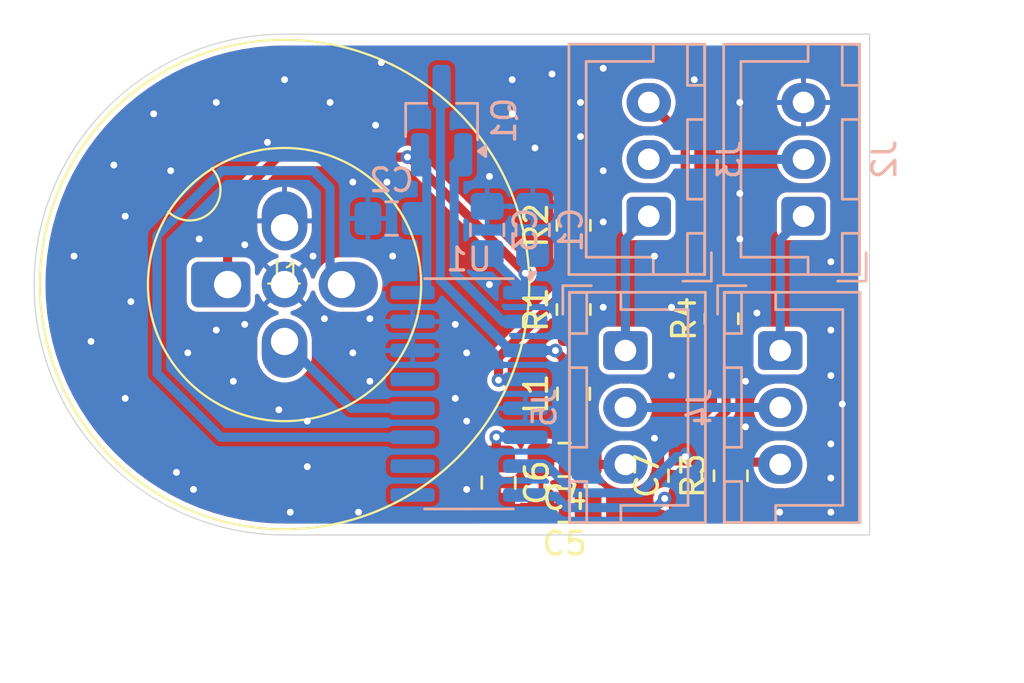
<source format=kicad_pcb>
(kicad_pcb (version 20241229) (generator "pcbnew") (generator_version "9.0")
  (layers (0 "F.Cu" signal) (2 "B.Cu" signal) (13 "F.Paste" user) (15 "B.Paste" user) (5 "F.SilkS" user "F.Silkscreen") (7 "B.SilkS" user "B.Silkscreen") (1 "F.Mask" user) (3 "B.Mask" user) (25 "Edge.Cuts" user))
  (net 0 "")
  (net 1 "E-")
  (net 2 "+5V")
  (net 3 "E+")
  (net 4 "Net-(U1-VBG)")
  (net 5 "Net-(U1-INA-)")
  (net 6 "Net-(U1-INA+)")
  (net 7 "Net-(J1-Pin_3)")
  (net 8 "Net-(J1-Pin_4)")
  (net 9 "Net-(U1-VFB)")
  (net 10 "A+")
  (net 11 "A-")
  (net 15 "Net-(J2-Pin_2)")
  (net 16 "Net-(J2-Pin_1)")
  (net 17 "Net-(J3-Pin_1)")
  (net 18 "Net-(J4-Pin_2)")
  (net 19 "Net-(Q1-C)")
  (net 20 "Net-(Q1-B)")
  (footprint "Resistor_SMD:R_0805_2012Metric_Pad1.20x1.40mm_HandSolder" (layer "F.Cu") (at 119.2 101.5 90)
    (property "Reference" "R4" (at 0 -1.65 90) (layer "F.SilkS"))
    (property "Value" "k1")
    (fp_line (start -0.227064 -0.735) (end 0.227064 -0.735) (stroke (width 0.12)) (layer "F.SilkS"))
    (fp_line (start -0.227064 0.735) (end 0.227064 0.735) (stroke (width 0.12)) (layer "F.SilkS"))
    (pad "1" smd roundrect (at -1 0 90) (size 1.2 1.4) (layers "F.Cu" "F.Mask" "F.Paste") (roundrect_rratio 0.208333) (net 5 "Net-(U1-INA-)"))
    (pad "2" smd roundrect (at 1 0 90) (size 1.2 1.4) (layers "F.Cu" "F.Mask" "F.Paste") (roundrect_rratio 0.208333) (net 11 "A-"))
  )
  (footprint "Resistor_SMD:R_0805_2012Metric_Pad1.20x1.40mm_HandSolder" (layer "F.Cu") (at 119.6 108.4 90)
    (property "Reference" "R3" (at 0 -1.65 90) (layer "F.SilkS"))
    (property "Value" "k1")
    (fp_line (start -0.227064 -0.735) (end 0.227064 -0.735) (stroke (width 0.12)) (layer "F.SilkS"))
    (fp_line (start -0.227064 0.735) (end 0.227064 0.735) (stroke (width 0.12)) (layer "F.SilkS"))
    (pad "1" smd roundrect (at -1 0 90) (size 1.2 1.4) (layers "F.Cu" "F.Mask" "F.Paste") (roundrect_rratio 0.208333) (net 6 "Net-(U1-INA+)"))
    (pad "2" smd roundrect (at 1 0 90) (size 1.2 1.4) (layers "F.Cu" "F.Mask" "F.Paste") (roundrect_rratio 0.208333) (net 10 "A+"))
  )
  (footprint "Capacitor_SMD:C_0805_2012Metric_Pad1.18x1.45mm_HandSolder" (layer "F.Cu") (at 109.4 108.7 -90)
    (property "Reference" "C6" (at 0 -1.68 90) (layer "F.SilkS"))
    (property "Value" "u1")
    (fp_line (start -0.261252 0.735) (end 0.261252 0.735) (stroke (width 0.12)) (layer "F.SilkS"))
    (fp_line (start -0.261252 -0.735) (end 0.261252 -0.735) (stroke (width 0.12)) (layer "F.SilkS"))
    (pad "1" smd roundrect (at -1.0375 0 270) (size 1.175 1.45) (layers "F.Cu" "F.Mask" "F.Paste") (roundrect_rratio 0.212766) (net 4 "Net-(U1-VBG)"))
    (pad "2" smd roundrect (at 1.0375 0 270) (size 1.175 1.45) (layers "F.Cu" "F.Mask" "F.Paste") (roundrect_rratio 0.212766) (net 1 "E-"))
  )
  (footprint "Resistor_SMD:R_0805_2012Metric_Pad1.20x1.40mm_HandSolder" (layer "F.Cu") (at 112.7 97.4 90)
    (property "Reference" "R2" (at 0 -1.65 90) (layer "F.SilkS"))
    (property "Value" "8k2")
    (fp_line (start -0.227064 -0.735) (end 0.227064 -0.735) (stroke (width 0.12)) (layer "F.SilkS"))
    (fp_line (start -0.227064 0.735) (end 0.227064 0.735) (stroke (width 0.12)) (layer "F.SilkS"))
    (pad "1" smd roundrect (at -1 0 90) (size 1.2 1.4) (layers "F.Cu" "F.Mask" "F.Paste") (roundrect_rratio 0.208333) (net 9 "Net-(U1-VFB)"))
    (pad "2" smd roundrect (at 1 0 90) (size 1.2 1.4) (layers "F.Cu" "F.Mask" "F.Paste") (roundrect_rratio 0.208333) (net 1 "E-"))
  )
  (footprint "Capacitor_SMD:C_0805_2012Metric_Pad1.18x1.45mm_HandSolder" (layer "F.Cu") (at 117.6 108.4 90)
    (property "Reference" "C7" (at 0 -1.68 90) (layer "F.SilkS"))
    (property "Value" "u1")
    (fp_line (start -0.261252 -0.735) (end 0.261252 -0.735) (stroke (width 0.12)) (layer "F.SilkS"))
    (fp_line (start -0.261252 0.735) (end 0.261252 0.735) (stroke (width 0.12)) (layer "F.SilkS"))
    (pad "1" smd roundrect (at -1.0375 0 90) (size 1.175 1.45) (layers "F.Cu" "F.Mask" "F.Paste") (roundrect_rratio 0.212766) (net 6 "Net-(U1-INA+)"))
    (pad "2" smd roundrect (at 1.0375 0 90) (size 1.175 1.45) (layers "F.Cu" "F.Mask" "F.Paste") (roundrect_rratio 0.212766) (net 5 "Net-(U1-INA-)"))
  )
  (footprint "Capacitor_SMD:C_0805_2012Metric_Pad1.18x1.45mm_HandSolder" (layer "F.Cu") (at 112.3 109.7 180)
    (property "Reference" "C5" (at 0 -1.68 0) (layer "F.SilkS"))
    (property "Value" "10u")
    (fp_line (start -0.261252 0.735) (end 0.261252 0.735) (stroke (width 0.12)) (layer "F.SilkS"))
    (fp_line (start -0.261252 -0.735) (end 0.261252 -0.735) (stroke (width 0.12)) (layer "F.SilkS"))
    (pad "1" smd roundrect (at -1.0375 0 180) (size 1.175 1.45) (layers "F.Cu" "F.Mask" "F.Paste") (roundrect_rratio 0.212766) (net 3 "E+"))
    (pad "2" smd roundrect (at 1.0375 0 180) (size 1.175 1.45) (layers "F.Cu" "F.Mask" "F.Paste") (roundrect_rratio 0.212766) (net 1 "E-"))
  )
  (footprint "Capacitor_SMD:C_0805_2012Metric_Pad1.18x1.45mm_HandSolder" (layer "F.Cu") (at 112.3 107.7 180)
    (property "Reference" "C4" (at 0 -1.68 0) (layer "F.SilkS"))
    (property "Value" "u1")
    (fp_line (start -0.261252 0.735) (end 0.261252 0.735) (stroke (width 0.12)) (layer "F.SilkS"))
    (fp_line (start -0.261252 -0.735) (end 0.261252 -0.735) (stroke (width 0.12)) (layer "F.SilkS"))
    (pad "1" smd roundrect (at -1.0375 0 180) (size 1.175 1.45) (layers "F.Cu" "F.Mask" "F.Paste") (roundrect_rratio 0.212766) (net 3 "E+"))
    (pad "2" smd roundrect (at 1.0375 0 180) (size 1.175 1.45) (layers "F.Cu" "F.Mask" "F.Paste") (roundrect_rratio 0.212766) (net 1 "E-"))
  )
  (footprint "Inductor_SMD:L_0805_2012Metric_Pad1.15x1.40mm_HandSolder" (layer "F.Cu") (at 112.7 104.8 90)
    (property "Reference" "L1" (at 0 -1.65 90) (layer "F.SilkS"))
    (property "Value" "3u3")
    (fp_line (start -0.261252 -0.71) (end 0.261252 -0.71) (stroke (width 0.12)) (layer "F.SilkS"))
    (fp_line (start -0.261252 0.71) (end 0.261252 0.71) (stroke (width 0.12)) (layer "F.SilkS"))
    (pad "1" smd roundrect (at -1.025 0 90) (size 1.15 1.4) (layers "F.Cu" "F.Mask" "F.Paste") (roundrect_rratio 0.217391) (net 3 "E+"))
    (pad "2" smd roundrect (at 1.025 0 90) (size 1.15 1.4) (layers "F.Cu" "F.Mask" "F.Paste") (roundrect_rratio 0.217391) (net 19 "Net-(Q1-C)"))
  )
  (footprint "Resistor_SMD:R_0805_2012Metric_Pad1.20x1.40mm_HandSolder" (layer "F.Cu") (at 112.7 101.1 90)
    (property "Reference" "R1" (at 0 -1.65 90) (layer "F.SilkS"))
    (property "Value" "20k")
    (fp_line (start -0.227064 -0.735) (end 0.227064 -0.735) (stroke (width 0.12)) (layer "F.SilkS"))
    (fp_line (start -0.227064 0.735) (end 0.227064 0.735) (stroke (width 0.12)) (layer "F.SilkS"))
    (pad "1" smd roundrect (at -1 0 90) (size 1.2 1.4) (layers "F.Cu" "F.Mask" "F.Paste") (roundrect_rratio 0.208333) (net 19 "Net-(Q1-C)"))
    (pad "2" smd roundrect (at 1 0 90) (size 1.2 1.4) (layers "F.Cu" "F.Mask" "F.Paste") (roundrect_rratio 0.208333) (net 9 "Net-(U1-VFB)"))
  )
  (footprint "liebler_CONN:M12-5" (layer "F.Cu") (at 100 100)
    (property "Reference" "J1" (at 0 -0.5 0) (layer "F.SilkS") (effects (font (thickness 0.1))))
    (property "Value" "IN")
    (fp_arc (start -3.2 -5.10263) (mid -3.2 -3.2) (end -5.10263 -3.2) (stroke (width 0.1)) (layer "F.SilkS"))
    (fp_circle (center 0 0) (end 0 -6) (stroke (width 0.1)) (fill no) (layer "F.SilkS"))
    (fp_circle (center 0 0) (end 10.75 0) (stroke (width 0.1)) (fill no) (layer "F.SilkS"))
    (pad "1" thru_hole roundrect (at -2.5 0) (size 2.6 2) (drill 1.2 (offset -0.3 0)) (layers "*.Cu" "*.Mask") (roundrect_rratio 0.15) (net 2 "+5V"))
    (pad "2" thru_hole roundrect (at 0 -2.5 90) (size 2.6 2) (drill 1.2 (offset 0.3 0)) (layers "*.Cu" "*.Mask") (roundrect_rratio 0.5) (net 1 "E-"))
    (pad "3" thru_hole roundrect (at 2.5 0) (size 2.6 2) (drill 1.2 (offset 0.3 0)) (layers "*.Cu" "*.Mask") (roundrect_rratio 0.5) (net 7 "Net-(J1-Pin_3)"))
    (pad "4" thru_hole roundrect (at 0 2.5 270) (size 2.6 2) (drill 1.2 (offset 0.3 0)) (layers "*.Cu" "*.Mask") (roundrect_rratio 0.5) (net 8 "Net-(J1-Pin_4)"))
    (pad "5" thru_hole circle (at 0 0) (size 2 2) (drill 1.2) (layers "*.Cu" "*.Mask") (net 1 "E-"))
  )
  (footprint "Capacitor_SMD:C_0805_2012Metric_Pad1.18x1.45mm_HandSolder" (layer "B.Cu") (at 110.9 97.6 90)
    (property "Reference" "C1" (at 0 1.68 90) (layer "B.SilkS") (effects (justify mirror)))
    (property "Value" "u1")
    (fp_line (start -0.261252 -0.735) (end 0.261252 -0.735) (stroke (width 0.12)) (layer "B.SilkS"))
    (fp_line (start -0.261252 0.735) (end 0.261252 0.735) (stroke (width 0.12)) (layer "B.SilkS"))
    (pad "1" smd roundrect (at -1.0375 0 90) (size 1.175 1.45) (layers "B.Cu" "B.Mask" "B.Paste") (roundrect_rratio 0.212766) (net 2 "+5V"))
    (pad "2" smd roundrect (at 1.0375 0 90) (size 1.175 1.45) (layers "B.Cu" "B.Mask" "B.Paste") (roundrect_rratio 0.212766) (net 1 "E-"))
  )
  (footprint "Connector_JST:JST_XH_B3B-XH-A_1x03_P2.50mm_Vertical" (layer "B.Cu") (at 122.8 97 90)
    (property "Reference" "J2" (at 2.5 3.55 90) (layer "B.SilkS") (effects (justify mirror)))
    (property "Value" "UL")
    (fp_line (start 7.56 -3.51) (end 7.56 2.46) (stroke (width 0.12)) (layer "B.SilkS"))
    (fp_line (start -2.56 -3.51) (end 7.56 -3.51) (stroke (width 0.12)) (layer "B.SilkS"))
    (fp_line (start 6.8 -2.75) (end 2.5 -2.75) (stroke (width 0.12)) (layer "B.SilkS"))
    (fp_line (start -1.8 -2.75) (end 2.5 -2.75) (stroke (width 0.12)) (layer "B.SilkS"))
    (fp_line (start 7.55 0.2) (end 6.8 0.2) (stroke (width 0.12)) (layer "B.SilkS"))
    (fp_line (start 6.8 0.2) (end 6.8 -2.75) (stroke (width 0.12)) (layer "B.SilkS"))
    (fp_line (start -1.8 0.2) (end -1.8 -2.75) (stroke (width 0.12)) (layer "B.SilkS"))
    (fp_line (start -2.55 0.2) (end -1.8 0.2) (stroke (width 0.12)) (layer "B.SilkS"))
    (fp_line (start 7.55 1.7) (end 7.55 2.45) (stroke (width 0.12)) (layer "B.SilkS"))
    (fp_line (start 5.75 1.7) (end 7.55 1.7) (stroke (width 0.12)) (layer "B.SilkS"))
    (fp_line (start 4.25 1.7) (end 4.25 2.45) (stroke (width 0.12)) (layer "B.SilkS"))
    (fp_line (start 0.75 1.7) (end 4.25 1.7) (stroke (width 0.12)) (layer "B.SilkS"))
    (fp_line (start -0.75 1.7) (end -0.75 2.45) (stroke (width 0.12)) (layer "B.SilkS"))
    (fp_line (start -2.55 1.7) (end -0.75 1.7) (stroke (width 0.12)) (layer "B.SilkS"))
    (fp_line (start 7.55 2.45) (end 5.75 2.45) (stroke (width 0.12)) (layer "B.SilkS"))
    (fp_line (start 5.75 2.45) (end 5.75 1.7) (stroke (width 0.12)) (layer "B.SilkS"))
    (fp_line (start 4.25 2.45) (end 0.75 2.45) (stroke (width 0.12)) (layer "B.SilkS"))
    (fp_line (start 0.75 2.45) (end 0.75 1.7) (stroke (width 0.12)) (layer "B.SilkS"))
    (fp_line (start -0.75 2.45) (end -2.55 2.45) (stroke (width 0.12)) (layer "B.SilkS"))
    (fp_line (start -2.55 2.45) (end -2.55 1.7) (stroke (width 0.12)) (layer "B.SilkS"))
    (fp_line (start 7.56 2.46) (end -2.56 2.46) (stroke (width 0.12)) (layer "B.SilkS"))
    (fp_line (start -2.56 2.46) (end -2.56 -3.51) (stroke (width 0.12)) (layer "B.SilkS"))
    (fp_line (start -1.6 2.75) (end -2.85 2.75) (stroke (width 0.12)) (layer "B.SilkS"))
    (fp_line (start -2.85 2.75) (end -2.85 1.5) (stroke (width 0.12)) (layer "B.SilkS"))
    (pad "1" thru_hole roundrect (at 0 0 90) (size 1.7 1.95) (drill 0.95) (layers "*.Cu" "*.Mask") (roundrect_rratio 0.147059) (net 16 "Net-(J2-Pin_1)"))
    (pad "2" thru_hole oval (at 2.5 0 90) (size 1.7 1.95) (drill 0.95) (layers "*.Cu" "*.Mask") (net 15 "Net-(J2-Pin_2)"))
    (pad "3" thru_hole oval (at 5 0 90) (size 1.7 1.95) (drill 0.95) (layers "*.Cu" "*.Mask") (net 1 "E-"))
  )
  (footprint "Connector_JST:JST_XH_B3B-XH-A_1x03_P2.50mm_Vertical" (layer "B.Cu") (at 121.775 102.9 -90)
    (property "Reference" "J4" (at 2.5 3.55 90) (layer "B.SilkS") (effects (justify mirror)))
    (property "Value" "LL")
    (fp_line (start -2.85 2.75) (end -2.85 1.5) (stroke (width 0.12)) (layer "B.SilkS"))
    (fp_line (start -1.6 2.75) (end -2.85 2.75) (stroke (width 0.12)) (layer "B.SilkS"))
    (fp_line (start -2.56 2.46) (end -2.56 -3.51) (stroke (width 0.12)) (layer "B.SilkS"))
    (fp_line (start 7.56 2.46) (end -2.56 2.46) (stroke (width 0.12)) (layer "B.SilkS"))
    (fp_line (start -2.55 2.45) (end -2.55 1.7) (stroke (width 0.12)) (layer "B.SilkS"))
    (fp_line (start -0.75 2.45) (end -2.55 2.45) (stroke (width 0.12)) (layer "B.SilkS"))
    (fp_line (start 0.75 2.45) (end 0.75 1.7) (stroke (width 0.12)) (layer "B.SilkS"))
    (fp_line (start 4.25 2.45) (end 0.75 2.45) (stroke (width 0.12)) (layer "B.SilkS"))
    (fp_line (start 5.75 2.45) (end 5.75 1.7) (stroke (width 0.12)) (layer "B.SilkS"))
    (fp_line (start 7.55 2.45) (end 5.75 2.45) (stroke (width 0.12)) (layer "B.SilkS"))
    (fp_line (start -2.55 1.7) (end -0.75 1.7) (stroke (width 0.12)) (layer "B.SilkS"))
    (fp_line (start -0.75 1.7) (end -0.75 2.45) (stroke (width 0.12)) (layer "B.SilkS"))
    (fp_line (start 0.75 1.7) (end 4.25 1.7) (stroke (width 0.12)) (layer "B.SilkS"))
    (fp_line (start 4.25 1.7) (end 4.25 2.45) (stroke (width 0.12)) (layer "B.SilkS"))
    (fp_line (start 5.75 1.7) (end 7.55 1.7) (stroke (width 0.12)) (layer "B.SilkS"))
    (fp_line (start 7.55 1.7) (end 7.55 2.45) (stroke (width 0.12)) (layer "B.SilkS"))
    (fp_line (start -2.55 0.2) (end -1.8 0.2) (stroke (width 0.12)) (layer "B.SilkS"))
    (fp_line (start -1.8 0.2) (end -1.8 -2.75) (stroke (width 0.12)) (layer "B.SilkS"))
    (fp_line (start 6.8 0.2) (end 6.8 -2.75) (stroke (width 0.12)) (layer "B.SilkS"))
    (fp_line (start 7.55 0.2) (end 6.8 0.2) (stroke (width 0.12)) (layer "B.SilkS"))
    (fp_line (start -1.8 -2.75) (end 2.5 -2.75) (stroke (width 0.12)) (layer "B.SilkS"))
    (fp_line (start 6.8 -2.75) (end 2.5 -2.75) (stroke (width 0.12)) (layer "B.SilkS"))
    (fp_line (start -2.56 -3.51) (end 7.56 -3.51) (stroke (width 0.12)) (layer "B.SilkS"))
    (fp_line (start 7.56 -3.51) (end 7.56 2.46) (stroke (width 0.12)) (layer "B.SilkS"))
    (pad "1" thru_hole roundrect (at 0 0 270) (size 1.7 1.95) (drill 0.95) (layers "*.Cu" "*.Mask") (roundrect_rratio 0.147059) (net 16 "Net-(J2-Pin_1)"))
    (pad "2" thru_hole oval (at 2.5 0 270) (size 1.7 1.95) (drill 0.95) (layers "*.Cu" "*.Mask") (net 18 "Net-(J4-Pin_2)"))
    (pad "3" thru_hole oval (at 5 0 270) (size 1.7 1.95) (drill 0.95) (layers "*.Cu" "*.Mask") (net 10 "A+"))
  )
  (footprint "Package_TO_SOT_SMD:SOT-23_Handsoldering" (layer "B.Cu") (at 106.9 92.8 90)
    (property "Reference" "Q1" (at 0 2.75 90) (layer "B.SilkS") (effects (justify mirror)))
    (property "Value" "BC807")
    (fp_line (start 0.76 -1.58) (end -0.7 -1.58) (stroke (width 0.12)) (layer "B.SilkS"))
    (fp_line (start 0.76 -1.58) (end 0.76 -0.65) (stroke (width 0.12)) (layer "B.SilkS"))
    (fp_line (start 0.76 1.58) (end 0.76 0.65) (stroke (width 0.12)) (layer "B.SilkS"))
    (fp_line (start -0.04 1.58) (end 0.76 1.58) (stroke (width 0.12)) (layer "B.SilkS"))
    (fp_line (start -0.04 1.58) (end -0.84 1.58) (stroke (width 0.12)) (layer "B.SilkS"))
    (fp_poly (pts (xy -1.34 1.61) (xy -1.58 1.94) (xy -1.1 1.94) (xy -1.34 1.61)) (stroke (width 0.12)) (fill yes) (layer "B.SilkS"))
    (pad "1" smd roundrect (at -1.5 0.95 90) (size 1.9 0.8) (layers "B.Cu" "B.Mask" "B.Paste") (net 20 "Net-(Q1-B)"))
    (pad "2" smd roundrect (at -1.5 -0.95 90) (size 1.9 0.8) (layers "B.Cu" "B.Mask" "B.Paste") (net 2 "+5V"))
    (pad "3" smd roundrect (at 1.5 0 90) (size 1.9 0.8) (layers "B.Cu" "B.Mask" "B.Paste") (net 19 "Net-(Q1-C)"))
  )
  (footprint "Package_SO:SOIC-16_3.9x9.9mm_P1.27mm" (layer "B.Cu") (at 108.1 104.8 180)
    (property "Reference" "U1" (at 0 5.9 180) (layer "B.SilkS") (effects (justify mirror)))
    (property "Value" "HX711")
    (fp_line (start 0 5.06) (end 1.95 5.06) (stroke (width 0.12)) (layer "B.SilkS"))
    (fp_line (start 0 5.06) (end -1.95 5.06) (stroke (width 0.12)) (layer "B.SilkS"))
    (fp_line (start 0 -5.06) (end 1.95 -5.06) (stroke (width 0.12)) (layer "B.SilkS"))
    (fp_line (start 0 -5.06) (end -1.95 -5.06) (stroke (width 0.12)) (layer "B.SilkS"))
    (fp_poly (pts (xy -2.7 5.005) (xy -2.94 5.335) (xy -2.46 5.335)) (stroke (width 0.12)) (fill yes) (layer "B.SilkS"))
    (pad "1" smd roundrect (at -2.475 4.445 180) (size 1.95 0.6) (layers "B.Cu" "B.Mask" "B.Paste") (net 2 "+5V"))
    (pad "2" smd roundrect (at -2.475 3.175 180) (size 1.95 0.6) (layers "B.Cu" "B.Mask" "B.Paste") (net 20 "Net-(Q1-B)"))
    (pad "3" smd roundrect (at -2.475 1.905 180) (size 1.95 0.6) (layers "B.Cu" "B.Mask" "B.Paste") (net 19 "Net-(Q1-C)"))
    (pad "4" smd roundrect (at -2.475 0.635 180) (size 1.95 0.6) (layers "B.Cu" "B.Mask" "B.Paste") (net 9 "Net-(U1-VFB)"))
    (pad "5" smd roundrect (at -2.475 -0.635 180) (size 1.95 0.6) (layers "B.Cu" "B.Mask" "B.Paste") (net 1 "E-"))
    (pad "6" smd roundrect (at -2.475 -1.905 180) (size 1.95 0.6) (layers "B.Cu" "B.Mask" "B.Paste") (net 4 "Net-(U1-VBG)"))
    (pad "7" smd roundrect (at -2.475 -3.175 180) (size 1.95 0.6) (layers "B.Cu" "B.Mask" "B.Paste") (net 5 "Net-(U1-INA-)"))
    (pad "8" smd roundrect (at -2.475 -4.445 180) (size 1.95 0.6) (layers "B.Cu" "B.Mask" "B.Paste") (net 6 "Net-(U1-INA+)"))
    (pad "9" smd roundrect (at 2.475 -4.445 180) (size 1.95 0.6) (layers "B.Cu" "B.Mask" "B.Paste"))
    (pad "10" smd roundrect (at 2.475 -3.175 180) (size 1.95 0.6) (layers "B.Cu" "B.Mask" "B.Paste"))
    (pad "11" smd roundrect (at 2.475 -1.905 180) (size 1.95 0.6) (layers "B.Cu" "B.Mask" "B.Paste") (net 7 "Net-(J1-Pin_3)"))
    (pad "12" smd roundrect (at 2.475 -0.635 180) (size 1.95 0.6) (layers "B.Cu" "B.Mask" "B.Paste") (net 8 "Net-(J1-Pin_4)"))
    (pad "13" smd roundrect (at 2.475 0.635 180) (size 1.95 0.6) (layers "B.Cu" "B.Mask" "B.Paste"))
    (pad "14" smd roundrect (at 2.475 1.905 180) (size 1.95 0.6) (layers "B.Cu" "B.Mask" "B.Paste") (net 1 "E-"))
    (pad "15" smd roundrect (at 2.475 3.175 180) (size 1.95 0.6) (layers "B.Cu" "B.Mask" "B.Paste") (net 1 "E-"))
    (pad "16" smd roundrect (at 2.475 4.445 180) (size 1.95 0.6) (layers "B.Cu" "B.Mask" "B.Paste") (net 2 "+5V"))
  )
  (footprint "Capacitor_SMD:C_0805_2012Metric_Pad1.18x1.45mm_HandSolder" (layer "B.Cu") (at 108.9 97.6 90)
    (property "Reference" "C3" (at 0 1.68 90) (layer "B.SilkS") (effects (justify mirror)))
    (property "Value" "10u")
    (fp_line (start -0.261252 -0.735) (end 0.261252 -0.735) (stroke (width 0.12)) (layer "B.SilkS"))
    (fp_line (start -0.261252 0.735) (end 0.261252 0.735) (stroke (width 0.12)) (layer "B.SilkS"))
    (pad "1" smd roundrect (at -1.0375 0 90) (size 1.175 1.45) (layers "B.Cu" "B.Mask" "B.Paste") (roundrect_rratio 0.212766) (net 2 "+5V"))
    (pad "2" smd roundrect (at 1.0375 0 90) (size 1.175 1.45) (layers "B.Cu" "B.Mask" "B.Paste") (roundrect_rratio 0.212766) (net 1 "E-"))
  )
  (footprint "Capacitor_SMD:C_0805_2012Metric_Pad1.18x1.45mm_HandSolder" (layer "B.Cu") (at 104.7 97.1 180)
    (property "Reference" "C2" (at 0 1.68 0) (layer "B.SilkS") (effects (justify mirror)))
    (property "Value" "u1")
    (fp_line (start -0.261252 0.735) (end 0.261252 0.735) (stroke (width 0.12)) (layer "B.SilkS"))
    (fp_line (start -0.261252 -0.735) (end 0.261252 -0.735) (stroke (width 0.12)) (layer "B.SilkS"))
    (pad "1" smd roundrect (at -1.0375 0 180) (size 1.175 1.45) (layers "B.Cu" "B.Mask" "B.Paste") (roundrect_rratio 0.212766) (net 2 "+5V"))
    (pad "2" smd roundrect (at 1.0375 0 180) (size 1.175 1.45) (layers "B.Cu" "B.Mask" "B.Paste") (roundrect_rratio 0.212766) (net 1 "E-"))
  )
  (footprint "Connector_JST:JST_XH_B3B-XH-A_1x03_P2.50mm_Vertical" (layer "B.Cu") (at 114.975 102.9 -90)
    (property "Reference" "J5" (at 2.5 3.55 90) (layer "B.SilkS") (effects (justify mirror)))
    (property "Value" "LR")
    (fp_line (start -2.85 2.75) (end -2.85 1.5) (stroke (width 0.12)) (layer "B.SilkS"))
    (fp_line (start -1.6 2.75) (end -2.85 2.75) (stroke (width 0.12)) (layer "B.SilkS"))
    (fp_line (start -2.56 2.46) (end -2.56 -3.51) (stroke (width 0.12)) (layer "B.SilkS"))
    (fp_line (start 7.56 2.46) (end -2.56 2.46) (stroke (width 0.12)) (layer "B.SilkS"))
    (fp_line (start -2.55 2.45) (end -2.55 1.7) (stroke (width 0.12)) (layer "B.SilkS"))
    (fp_line (start -0.75 2.45) (end -2.55 2.45) (stroke (width 0.12)) (layer "B.SilkS"))
    (fp_line (start 0.75 2.45) (end 0.75 1.7) (stroke (width 0.12)) (layer "B.SilkS"))
    (fp_line (start 4.25 2.45) (end 0.75 2.45) (stroke (width 0.12)) (layer "B.SilkS"))
    (fp_line (start 5.75 2.45) (end 5.75 1.7) (stroke (width 0.12)) (layer "B.SilkS"))
    (fp_line (start 7.55 2.45) (end 5.75 2.45) (stroke (width 0.12)) (layer "B.SilkS"))
    (fp_line (start -2.55 1.7) (end -0.75 1.7) (stroke (width 0.12)) (layer "B.SilkS"))
    (fp_line (start -0.75 1.7) (end -0.75 2.45) (stroke (width 0.12)) (layer "B.SilkS"))
    (fp_line (start 0.75 1.7) (end 4.25 1.7) (stroke (width 0.12)) (layer "B.SilkS"))
    (fp_line (start 4.25 1.7) (end 4.25 2.45) (stroke (width 0.12)) (layer "B.SilkS"))
    (fp_line (start 5.75 1.7) (end 7.55 1.7) (stroke (width 0.12)) (layer "B.SilkS"))
    (fp_line (start 7.55 1.7) (end 7.55 2.45) (stroke (width 0.12)) (layer "B.SilkS"))
    (fp_line (start -2.55 0.2) (end -1.8 0.2) (stroke (width 0.12)) (layer "B.SilkS"))
    (fp_line (start -1.8 0.2) (end -1.8 -2.75) (stroke (width 0.12)) (layer "B.SilkS"))
    (fp_line (start 6.8 0.2) (end 6.8 -2.75) (stroke (width 0.12)) (layer "B.SilkS"))
    (fp_line (start 7.55 0.2) (end 6.8 0.2) (stroke (width 0.12)) (layer "B.SilkS"))
    (fp_line (start -1.8 -2.75) (end 2.5 -2.75) (stroke (width 0.12)) (layer "B.SilkS"))
    (fp_line (start 6.8 -2.75) (end 2.5 -2.75) (stroke (width 0.12)) (layer "B.SilkS"))
    (fp_line (start -2.56 -3.51) (end 7.56 -3.51) (stroke (width 0.12)) (layer "B.SilkS"))
    (fp_line (start 7.56 -3.51) (end 7.56 2.46) (stroke (width 0.12)) (layer "B.SilkS"))
    (pad "1" thru_hole roundrect (at 0 0 270) (size 1.7 1.95) (drill 0.95) (layers "*.Cu" "*.Mask") (roundrect_rratio 0.147059) (net 17 "Net-(J3-Pin_1)"))
    (pad "2" thru_hole oval (at 2.5 0 270) (size 1.7 1.95) (drill 0.95) (layers "*.Cu" "*.Mask") (net 18 "Net-(J4-Pin_2)"))
    (pad "3" thru_hole oval (at 5 0 270) (size 1.7 1.95) (drill 0.95) (layers "*.Cu" "*.Mask") (net 3 "E+"))
  )
  (footprint "Connector_JST:JST_XH_B3B-XH-A_1x03_P2.50mm_Vertical" (layer "B.Cu") (at 116 97 90)
    (property "Reference" "J3" (at 2.5 3.55 90) (layer "B.SilkS") (effects (justify mirror)))
    (property "Value" "UR")
    (fp_line (start 7.56 -3.51) (end 7.56 2.46) (stroke (width 0.12)) (layer "B.SilkS"))
    (fp_line (start -2.56 -3.51) (end 7.56 -3.51) (stroke (width 0.12)) (layer "B.SilkS"))
    (fp_line (start 6.8 -2.75) (end 2.5 -2.75) (stroke (width 0.12)) (layer "B.SilkS"))
    (fp_line (start -1.8 -2.75) (end 2.5 -2.75) (stroke (width 0.12)) (layer "B.SilkS"))
    (fp_line (start 7.55 0.2) (end 6.8 0.2) (stroke (width 0.12)) (layer "B.SilkS"))
    (fp_line (start 6.8 0.2) (end 6.8 -2.75) (stroke (width 0.12)) (layer "B.SilkS"))
    (fp_line (start -1.8 0.2) (end -1.8 -2.75) (stroke (width 0.12)) (layer "B.SilkS"))
    (fp_line (start -2.55 0.2) (end -1.8 0.2) (stroke (width 0.12)) (layer "B.SilkS"))
    (fp_line (start 7.55 1.7) (end 7.55 2.45) (stroke (width 0.12)) (layer "B.SilkS"))
    (fp_line (start 5.75 1.7) (end 7.55 1.7) (stroke (width 0.12)) (layer "B.SilkS"))
    (fp_line (start 4.25 1.7) (end 4.25 2.45) (stroke (width 0.12)) (layer "B.SilkS"))
    (fp_line (start 0.75 1.7) (end 4.25 1.7) (stroke (width 0.12)) (layer "B.SilkS"))
    (fp_line (start -0.75 1.7) (end -0.75 2.45) (stroke (width 0.12)) (layer "B.SilkS"))
    (fp_line (start -2.55 1.7) (end -0.75 1.7) (stroke (width 0.12)) (layer "B.SilkS"))
    (fp_line (start 7.55 2.45) (end 5.75 2.45) (stroke (width 0.12)) (layer "B.SilkS"))
    (fp_line (start 5.75 2.45) (end 5.75 1.7) (stroke (width 0.12)) (layer "B.SilkS"))
    (fp_line (start 4.25 2.45) (end 0.75 2.45) (stroke (width 0.12)) (layer "B.SilkS"))
    (fp_line (start 0.75 2.45) (end 0.75 1.7) (stroke (width 0.12)) (layer "B.SilkS"))
    (fp_line (start -0.75 2.45) (end -2.55 2.45) (stroke (width 0.12)) (layer "B.SilkS"))
    (fp_line (start -2.55 2.45) (end -2.55 1.7) (stroke (width 0.12)) (layer "B.SilkS"))
    (fp_line (start 7.56 2.46) (end -2.56 2.46) (stroke (width 0.12)) (layer "B.SilkS"))
    (fp_line (start -2.56 2.46) (end -2.56 -3.51) (stroke (width 0.12)) (layer "B.SilkS"))
    (fp_line (start -1.6 2.75) (end -2.85 2.75) (stroke (width 0.12)) (layer "B.SilkS"))
    (fp_line (start -2.85 2.75) (end -2.85 1.5) (stroke (width 0.12)) (layer "B.SilkS"))
    (pad "1" thru_hole roundrect (at 0 0 90) (size 1.7 1.95) (drill 0.95) (layers "*.Cu" "*.Mask") (roundrect_rratio 0.147059) (net 17 "Net-(J3-Pin_1)"))
    (pad "2" thru_hole oval (at 2.5 0 90) (size 1.7 1.95) (drill 0.95) (layers "*.Cu" "*.Mask") (net 15 "Net-(J2-Pin_2)"))
    (pad "3" thru_hole oval (at 5 0 90) (size 1.7 1.95) (drill 0.95) (layers "*.Cu" "*.Mask") (net 11 "A-"))
  )
  (gr_line (start 100 111) (end 125.7 111) (stroke (width 0.05)) (layer "Edge.Cuts"))
  (gr_arc (start 100 111) (mid 89 100) (end 100 89) (stroke (width 0.05)) (layer "Edge.Cuts"))
  (gr_line (start 125.7 111) (end 125.7 89) (stroke (width 0.05)) (layer "Edge.Cuts"))
  (gr_line (start 125.7 89) (end 100 89) (stroke (width 0.05)) (layer "Edge.Cuts"))
  (via (at 120 96) (size 0.6) (drill 0.3) (layers "F.Cu" "B.Cu") (net 1))
  (via (at 97.75 104.25) (size 0.6) (drill 0.3) (layers "F.Cu" "B.Cu") (net 1))
  (via (at 104.75 98.75) (size 0.6) (drill 0.3) (layers "F.Cu" "B.Cu") (net 1))
  (via (at 124 104) (size 0.6) (drill 0.3) (layers "F.Cu" "B.Cu") (net 1))
  (via (at 109 100) (size 0.6) (drill 0.3) (layers "F.Cu" "B.Cu") (net 1))
  (via (at 92.5 94.75) (size 0.6) (drill 0.3) (layers "F.Cu" "B.Cu") (net 1))
  (via (at 111.75 90.75) (size 0.6) (drill 0.3) (layers "F.Cu" "B.Cu") (net 1))
  (via (at 120.75 101.25) (size 0.6) (drill 0.3) (layers "F.Cu" "B.Cu") (net 1))
  (via (at 96 109) (size 0.6) (drill 0.3) (layers "F.Cu" "B.Cu") (net 1))
  (via (at 108 103) (size 0.6) (drill 0.3) (layers "F.Cu" "B.Cu") (net 1))
  (via (at 124 102) (size 0.6) (drill 0.3) (layers "F.Cu" "B.Cu") (net 1))
  (via (at 98.25 101.75) (size 0.6) (drill 0.3) (layers "F.Cu" "B.Cu") (net 1))
  (via (at 124 99) (size 0.6) (drill 0.3) (layers "F.Cu" "B.Cu") (net 1))
  (via (at 103.75 101.5) (size 0.6) (drill 0.3) (layers "F.Cu" "B.Cu") (net 1))
  (via (at 93 97) (size 0.6) (drill 0.3) (layers "F.Cu" "B.Cu") (net 1))
  (via (at 100 91) (size 0.6) (drill 0.3) (layers "F.Cu" "B.Cu") (net 1))
  (via (at 121.75 110) (size 0.6) (drill 0.3) (layers "F.Cu" "B.Cu") (net 1))
  (via (at 114 101) (size 0.6) (drill 0.3) (layers "F.Cu" "B.Cu") (net 1))
  (via (at 95.25 108.25) (size 0.6) (drill 0.3) (layers "F.Cu" "B.Cu") (net 1))
  (via (at 97 92) (size 0.6) (drill 0.3) (layers "F.Cu" "B.Cu") (net 1))
  (via (at 101.75 101.5) (size 0.6) (drill 0.3) (layers "F.Cu" "B.Cu") (net 1))
  (via (at 117 101) (size 0.6) (drill 0.3) (layers "F.Cu" "B.Cu") (net 1))
  (via (at 101 106) (size 0.6) (drill 0.3) (layers "F.Cu" "B.Cu") (net 1))
  (via (at 96.25 98) (size 0.6) (drill 0.3) (layers "F.Cu" "B.Cu") (net 1))
  (via (at 101 108) (size 0.6) (drill 0.3) (layers "F.Cu" "B.Cu") (net 1))
  (via (at 90.75 98.75) (size 0.6) (drill 0.3) (layers "F.Cu" "B.Cu") (net 1))
  (via (at 98.25 98.25) (size 0.6) (drill 0.3) (layers "F.Cu" "B.Cu") (net 1))
  (via (at 110 92.5) (size 0.6) (drill 0.3) (layers "F.Cu" "B.Cu") (net 1))
  (via (at 118 91) (size 0.6) (drill 0.3) (layers "F.Cu" "B.Cu") (net 1))
  (via (at 93 105) (size 0.6) (drill 0.3) (layers "F.Cu" "B.Cu") (net 1))
  (via (at 124 110) (size 0.6) (drill 0.3) (layers "F.Cu" "B.Cu") (net 1))
  (via (at 120 92) (size 0.6) (drill 0.3) (layers "F.Cu" "B.Cu") (net 1))
  (via (at 124 108.5) (size 0.6) (drill 0.3) (layers "F.Cu" "B.Cu") (net 1))
  (via (at 114 95) (size 0.6) (drill 0.3) (layers "F.Cu" "B.Cu") (net 1))
  (via (at 114 90.5) (size 0.6) (drill 0.3) (layers "F.Cu" "B.Cu") (net 1))
  (via (at 103 95.5) (size 0.6) (drill 0.3) (layers "F.Cu" "B.Cu") (net 1))
  (via (at 111 94) (size 0.6) (drill 0.3) (layers "F.Cu" "B.Cu") (net 1))
  (via (at 120.25 106.25) (size 0.6) (drill 0.3) (layers "F.Cu" "B.Cu") (net 1))
  (via (at 99.75 105.5) (size 0.6) (drill 0.3) (layers "F.Cu" "B.Cu") (net 1))
  (via (at 94.25 92.5) (size 0.6) (drill 0.3) (layers "F.Cu" "B.Cu") (net 1))
  (via (at 93.25 100.75) (size 0.6) (drill 0.3) (layers "F.Cu" "B.Cu") (net 1))
  (via (at 120 98) (size 0.6) (drill 0.3) (layers "F.Cu" "B.Cu") (net 1))
  (via (at 108 106) (size 0.6) (drill 0.3) (layers "F.Cu" "B.Cu") (net 1))
  (via (at 103.75 104.25) (size 0.6) (drill 0.3) (layers "F.Cu" "B.Cu") (net 1))
  (via (at 97 102) (size 0.6) (drill 0.3) (layers "F.Cu" "B.Cu") (net 1))
  (via (at 116.25 106.75) (size 0.6) (drill 0.3) (layers "F.Cu" "B.Cu") (net 1))
  (via (at 120.25 104.25) (size 0.6) (drill 0.3) (layers "F.Cu" "B.Cu") (net 1))
  (via (at 103 103) (size 0.6) (drill 0.3) (layers "F.Cu" "B.Cu") (net 1))
  (via (at 113 92) (size 0.6) (drill 0.3) (layers "F.Cu" "B.Cu") (net 1))
  (via (at 95 95) (size 0.6) (drill 0.3) (layers "F.Cu" "B.Cu") (net 1))
  (via (at 95.75 103) (size 0.6) (drill 0.3) (layers "F.Cu" "B.Cu") (net 1))
  (via (at 117 104) (size 0.6) (drill 0.3) (layers "F.Cu" "B.Cu") (net 1))
  (via (at 124 107) (size 0.6) (drill 0.3) (layers "F.Cu" "B.Cu") (net 1))
  (via (at 124.5 105.25) (size 0.6) (drill 0.3) (layers "F.Cu" "B.Cu") (net 1))
  (via (at 104.5 95.5) (size 0.6) (drill 0.3) (layers "F.Cu" "B.Cu") (net 1))
  (via (at 100.25 110) (size 0.6) (drill 0.3) (layers "F.Cu" "B.Cu") (net 1))
  (via (at 109 95.25) (size 0.6) (drill 0.3) (layers "F.Cu" "B.Cu") (net 1))
  (via (at 107.5 105) (size 0.6) (drill 0.3) (layers "F.Cu" "B.Cu") (net 1))
  (via (at 101.25 98.75) (size 0.6) (drill 0.3) (layers "F.Cu" "B.Cu") (net 1))
  (via (at 91.5 102.5) (size 0.6) (drill 0.3) (layers "F.Cu" "B.Cu") (net 1))
  (via (at 114 97.25) (size 0.6) (drill 0.3) (layers "F.Cu" "B.Cu") (net 1))
  (via (at 116.25 98.75) (size 0.6) (drill 0.3) (layers "F.Cu" "B.Cu") (net 1))
  (via (at 103.25 110) (size 0.6) (drill 0.3) (layers "F.Cu" "B.Cu") (net 1))
  (via (at 113 93.5) (size 0.6) (drill 0.3) (layers "F.Cu" "B.Cu") (net 1))
  (via (at 107.5 101.75) (size 0.6) (drill 0.3) (layers "F.Cu" "B.Cu") (net 1))
  (via (at 99.25 93.75) (size 0.6) (drill 0.3) (layers "F.Cu" "B.Cu") (net 1))
  (via (at 104 93) (size 0.6) (drill 0.3) (layers "F.Cu" "B.Cu") (net 1))
  (via (at 102 92) (size 0.6) (drill 0.3) (layers "F.Cu" "B.Cu") (net 1))
  (via (at 104.25 90.25) (size 0.6) (drill 0.3) (layers "F.Cu" "B.Cu") (net 1))
  (via (at 110 91) (size 0.6) (drill 0.3) (layers "F.Cu" "B.Cu") (net 1))
  (via (at 108 109) (size 0.6) (drill 0.3) (layers "F.Cu" "B.Cu") (net 1))
  (segment (start 103.9 94.4) (end 105.475 94.4) (width 0.4) (layer "F.Cu") (net 2))
  (segment (start 103.9 94.4) (end 105.4 94.4) (width 0.4) (layer "F.Cu") (net 2))
  (segment (start 97.5 96.6) (end 99.7 94.4) (width 0.4) (layer "F.Cu") (net 2))
  (segment (start 105.475 94.4) (end 110.575 99.5) (width 0.4) (layer "F.Cu") (net 2))
  (segment (start 97.5 100) (end 97.5 96.6) (width 0.4) (layer "F.Cu") (net 2))
  (segment (start 99.7 94.4) (end 103.9 94.4) (width 0.4) (layer "F.Cu") (net 2))
  (via (at 105.4 94.4) (size 0.6) (drill 0.3) (layers "F.Cu" "B.Cu") (net 2))
  (via (at 110.575 99.5) (size 0.6) (drill 0.3) (layers "F.Cu" "B.Cu") (net 2))
  (segment (start 110.575 100.3125) (end 108.9 98.6375) (width 0.4) (layer "B.Cu") (net 2))
  (segment (start 105.85 94.4) (end 105.95 94.3) (width 0.4) (layer "B.Cu") (net 2))
  (segment (start 106.248 100.355) (end 105.625 100.355) (width 0.4) (layer "B.Cu") (net 2))
  (segment (start 110.575 98.9625) (end 110.9 98.6375) (width 0.4) (layer "B.Cu") (net 2))
  (segment (start 110.575 100.355) (end 110.575 100.3125) (width 0.4) (layer "B.Cu") (net 2))
  (segment (start 110.575 100.355) (end 110.575 99.5) (width 0.4) (layer "B.Cu") (net 2))
  (segment (start 106.248 94.598) (end 106.248 100.355) (width 0.4) (layer "B.Cu") (net 2))
  (segment (start 105.4 94.4) (end 105.85 94.4) (width 0.4) (layer "B.Cu") (net 2))
  (segment (start 110.575 99.5) (end 110.575 98.9625) (width 0.4) (layer "B.Cu") (net 2))
  (segment (start 105.95 94.3) (end 106.248 94.598) (width 0.4) (layer "B.Cu") (net 2))
  (segment (start 113.3375 107.7) (end 113.3375 106.0625) (width 0.4) (layer "F.Cu") (net 3))
  (segment (start 112.9375 109.3) (end 112.9375 108.1) (width 0.4) (layer "F.Cu") (net 3))
  (segment (start 112.8 105.925) (end 112.7 105.825) (width 0.4) (layer "F.Cu") (net 3))
  (segment (start 113.3375 109.7) (end 112.9375 109.3) (width 0.4) (layer "F.Cu") (net 3))
  (segment (start 114.975 107.9) (end 113.5375 107.9) (width 0.4) (layer "F.Cu") (net 3))
  (segment (start 113.5375 107.9) (end 113.3375 107.7) (width 0.4) (layer "F.Cu") (net 3))
  (segment (start 113.2 105.925) (end 112.8 105.925) (width 0.4) (layer "F.Cu") (net 3))
  (segment (start 112.9375 108.1) (end 113.3375 107.7) (width 0.4) (layer "F.Cu") (net 3))
  (segment (start 113.3375 106.0625) (end 113.2 105.925) (width 0.4) (layer "F.Cu") (net 3))
  (segment (start 109.3 107.5625) (end 109.4 107.6625) (width 0.4) (layer "F.Cu") (net 4))
  (segment (start 109.3 106.7) (end 109.3 107.5625) (width 0.4) (layer "F.Cu") (net 4))
  (via (at 109.3 106.7) (size 0.6) (drill 0.3) (layers "F.Cu" "B.Cu") (net 4))
  (segment (start 109.3 106.7) (end 110.57 106.7) (width 0.4) (layer "B.Cu") (net 4))
  (segment (start 110.57 106.7) (end 110.575 106.705) (width 0.4) (layer "B.Cu") (net 4))
  (segment (start 119.2 103.7) (end 119.2 102.5) (width 0.4) (layer "F.Cu") (net 5))
  (segment (start 119.4 103.9) (end 119.2 103.7) (width 0.4) (layer "F.Cu") (net 5))
  (segment (start 117.6 107.3625) (end 119.4 105.5625) (width 0.4) (layer "F.Cu") (net 5))
  (segment (start 119.4 105.5625) (end 119.4 103.9) (width 0.4) (layer "F.Cu") (net 5))
  (via (at 117.6 107.5625) (size 0.6) (drill 0.3) (layers "F.Cu" "B.Cu") (net 5))
  (segment (start 111.549999 107.975) (end 110.575 107.975) (width 0.4) (layer "B.Cu") (net 5))
  (segment (start 117.6 107.3625) (end 117.6 107.5625) (width 0.4) (layer "B.Cu") (net 5))
  (segment (start 117.6 107.5625) (end 117.206681 107.5625) (width 0.4) (layer "B.Cu") (net 5))
  (segment (start 115.618181 109.151) (end 112.725999 109.151) (width 0.4) (layer "B.Cu") (net 5))
  (segment (start 112.725999 109.151) (end 111.549999 107.975) (width 0.4) (layer "B.Cu") (net 5))
  (segment (start 117.206681 107.5625) (end 115.618181 109.151) (width 0.4) (layer "B.Cu") (net 5))
  (segment (start 116.7 109.4) (end 119.6 109.4) (width 0.4) (layer "F.Cu") (net 6))
  (via (at 116.7 109.4) (size 0.6) (drill 0.3) (layers "F.Cu" "B.Cu") (net 6))
  (segment (start 116.7 109.4) (end 116.3 109.8) (width 0.4) (layer "B.Cu") (net 6))
  (segment (start 112.4 109.8) (end 111.9 109.3) (width 0.4) (layer "B.Cu") (net 6))
  (segment (start 116.3 109.8) (end 112.4 109.8) (width 0.4) (layer "B.Cu") (net 6))
  (segment (start 111.9 109.3) (end 110.63 109.3) (width 0.4) (layer "B.Cu") (net 6))
  (segment (start 110.63 109.3) (end 110.575 109.245) (width 0.4) (layer "B.Cu") (net 6))
  (segment (start 102 95.75) (end 101.25 95) (width 0.4) (layer "B.Cu") (net 7))
  (segment (start 101.25 95) (end 97.25 95) (width 0.4) (layer "B.Cu") (net 7))
  (segment (start 94.399 103.899) (end 97.205 106.705) (width 0.4) (layer "B.Cu") (net 7))
  (segment (start 97.25 95) (end 94.399 97.851) (width 0.4) (layer "B.Cu") (net 7))
  (segment (start 94.399 97.851) (end 94.399 103.899) (width 0.4) (layer "B.Cu") (net 7))
  (segment (start 97.205 106.705) (end 105.625 106.705) (width 0.4) (layer "B.Cu") (net 7))
  (segment (start 102.5 100) (end 102 99.5) (width 0.4) (layer "B.Cu") (net 7))
  (segment (start 102 99.5) (end 102 95.75) (width 0.4) (layer "B.Cu") (net 7))
  (segment (start 102.935 105.435) (end 100 102.5) (width 0.4) (layer "B.Cu") (net 8))
  (segment (start 105.625 105.435) (end 102.935 105.435) (width 0.4) (layer "B.Cu") (net 8))
  (segment (start 112.4 100.2) (end 109.4 103.2) (width 0.4) (layer "F.Cu") (net 9))
  (segment (start 112.8 98.6) (end 112.7 98.5) (width 0.4) (layer "F.Cu") (net 9))
  (segment (start 112.8 100) (end 112.8 98.6) (width 0.4) (layer "F.Cu") (net 9))
  (segment (start 112.7 98.5) (end 112.7 98.4) (width 0.4) (layer "F.Cu") (net 9))
  (segment (start 112.7 100.1) (end 112.6 100.2) (width 0.4) (layer "F.Cu") (net 9))
  (segment (start 112.6 100.2) (end 112.4 100.2) (width 0.4) (layer "F.Cu") (net 9))
  (segment (start 109.4 103.2) (end 109.4 104.2) (width 0.4) (layer "F.Cu") (net 9))
  (segment (start 112.7 100.1) (end 112.8 100) (width 0.4) (layer "F.Cu") (net 9))
  (via (at 109.4 104.2) (size 0.6) (drill 0.3) (layers "F.Cu" "B.Cu") (net 9))
  (segment (start 109.4 104.2) (end 110.54 104.2) (width 0.4) (layer "B.Cu") (net 9))
  (segment (start 110.54 104.2) (end 110.575 104.165) (width 0.4) (layer "B.Cu") (net 9))
  (segment (start 119.6 107.4) (end 120 107.8) (width 0.4) (layer "F.Cu") (net 10))
  (segment (start 120 107.8) (end 121.675 107.8) (width 0.4) (layer "F.Cu") (net 10))
  (segment (start 121.675 107.8) (end 121.775 107.9) (width 0.4) (layer "F.Cu") (net 10))
  (segment (start 119.2 100.5) (end 117.6 98.9) (width 0.4) (layer "F.Cu") (net 11))
  (segment (start 117.6 93.6) (end 116 92) (width 0.4) (layer "F.Cu") (net 11))
  (segment (start 117.6 98.9) (end 117.6 93.6) (width 0.4) (layer "F.Cu") (net 11))
  (segment (start 116 94.5) (end 122.8 94.5) (width 0.4) (layer "B.Cu") (net 15))
  (segment (start 121.775 102.9) (end 121.775 98.025) (width 0.4) (layer "B.Cu") (net 16))
  (segment (start 121.775 98.025) (end 122.8 97) (width 0.4) (layer "B.Cu") (net 16))
  (segment (start 114.975 102.9) (end 114.975 98.025) (width 0.4) (layer "B.Cu") (net 17))
  (segment (start 114.975 98.025) (end 116 97) (width 0.4) (layer "B.Cu") (net 17))
  (segment (start 114.975 105.4) (end 121.775 105.4) (width 0.4) (layer "B.Cu") (net 18))
  (segment (start 112.8 103.675) (end 112.7 103.775) (width 0.4) (layer "F.Cu") (net 19))
  (segment (start 112.8 102.3) (end 112.8 103.675) (width 0.4) (layer "F.Cu") (net 19))
  (segment (start 112.475 103.65) (end 112.475 103.475) (width 0.4) (layer "F.Cu") (net 19))
  (segment (start 112.6 103.775) (end 112.475 103.65) (width 0.4) (layer "F.Cu") (net 19))
  (segment (start 112.475 103.475) (end 111.9 102.9) (width 0.4) (layer "F.Cu") (net 19))
  (segment (start 112.7 102.2) (end 112.8 102.3) (width 0.4) (layer "F.Cu") (net 19))
  (segment (start 112.7 102.1) (end 112.7 102.2) (width 0.4) (layer "F.Cu") (net 19))
  (segment (start 112.7 103.775) (end 112.6 103.775) (width 0.4) (layer "F.Cu") (net 19))
  (via (at 111.9 102.9) (size 0.6) (drill 0.3) (layers "F.Cu" "B.Cu") (net 19))
  (segment (start 110.58 102.9) (end 110.575 102.895) (width 0.4) (layer "B.Cu") (net 19))
  (segment (start 109.923388 102.895) (end 110.575 102.895) (width 0.4) (layer "B.Cu") (net 19))
  (segment (start 106.9 91.3) (end 106.849 91.351) (width 0.4) (layer "B.Cu") (net 19))
  (segment (start 106.849 99.820612) (end 109.923388 102.895) (width 0.4) (layer "B.Cu") (net 19))
  (segment (start 111.9 102.9) (end 110.58 102.9) (width 0.4) (layer "B.Cu") (net 19))
  (segment (start 106.849 91.351) (end 106.849 99.820612) (width 0.4) (layer "B.Cu") (net 19))
  (segment (start 109.600001 101.625) (end 110.575 101.625) (width 0.4) (layer "B.Cu") (net 20))
  (segment (start 107.45 94.7) (end 107.45 99.474999) (width 0.4) (layer "B.Cu") (net 20))
  (segment (start 107.85 94.3) (end 107.45 94.7) (width 0.4) (layer "B.Cu") (net 20))
  (segment (start 107.45 99.474999) (end 109.600001 101.625) (width 0.4) (layer "B.Cu") (net 20))
  (zone (net 1) (net_name "E-") (layers "F.Cu" "B.Cu") (connect_pads (clearance 0.2)) (min_thickness 0.2) (fill yes (thermal_gap 0.2) (thermal_bridge_width 0.21))
    (polygon (pts (xy 87.5 87.5) (xy 132.5 87.5) (xy 132.5 117.5) (xy 87.5 117.5)))
  )
)
</source>
